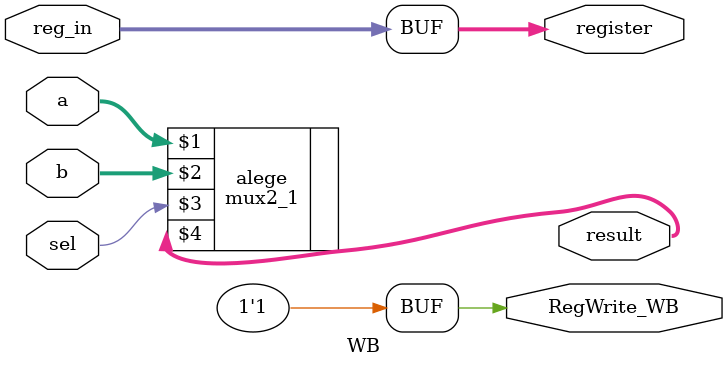
<source format=v>
`timescale 1ns / 1ps



module WB(input sel,
          input [31:0] a, b,
          input [4:0] reg_in,
          output [31:0] result,
          output [4:0] register,
          output RegWrite_WB);
          
mux2_1 alege(a, b, sel, result);

assign RegWrite_WB = 1'b1;
assign register = reg_in;          
          
endmodule

</source>
